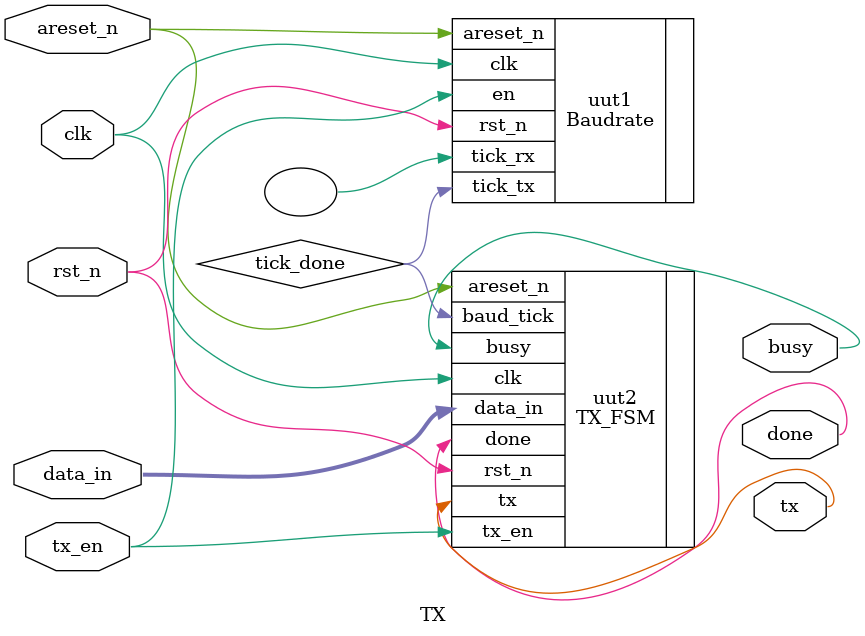
<source format=v>
`timescale 1ns / 1ps


module TX(
    input clk,
    input areset_n,rst_n,
    input [7:0] data_in,
    input tx_en,
    output busy,
    output done,
    output tx
    );
    
    wire tick_done;
    
    Baudrate uut1(
        .clk(clk),
        .areset_n(areset_n),
        .rst_n(rst_n),
        .en(tx_en),
        .tick_tx(tick_done),
        .tick_rx()
    );
    
    TX_FSM uut2(
        .clk(clk),
        .areset_n(areset_n),
        .rst_n(rst_n),
        .tx_en(tx_en),
        .data_in(data_in),
        .baud_tick(tick_done),
        .busy(busy),
        .done(done),
        .tx(tx)
    );
    
    
endmodule

</source>
